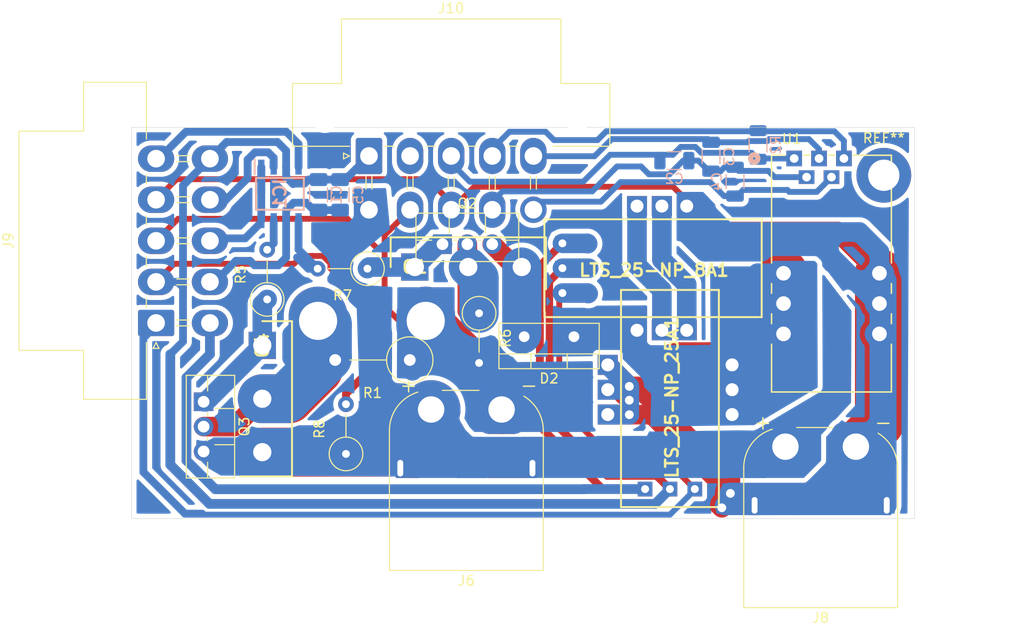
<source format=kicad_pcb>
(kicad_pcb (version 20241229) (generator "pcbnew") (generator_version "9.0")
  (layers (0 "F.Cu" signal) (2 "B.Cu" signal) (13 "F.Paste" user) (15 "B.Paste" user) (5 "F.SilkS" user "F.Silkscreen") (7 "B.SilkS" user "B.Silkscreen") (1 "F.Mask" user) (3 "B.Mask" user) (25 "Edge.Cuts" user))
  (net 0 "")
  (net 1 "/XT60 Fuel Cell")
  (net 2 "Net-(Q3-D)")
  (net 3 "/FC_SHORT_OUTA")
  (net 4 "Net-(Q3-G)")
  (net 5 "Net-(Q1-D)")
  (net 6 "Net-(Q1-G)")
  (net 7 "/FC_CURRENT_OUTB")
  (net 8 "Earth")
  (net 9 "Net-(D2-A)")
  (net 10 "/XT 60 Super Capacitors")
  (net 11 "+5V")
  (net 12 "/DRIVER_ENB")
  (net 13 "GND")
  (net 14 "+12V")
  (net 15 "/PWM_A_IN")
  (net 16 "/PWM_B_IN")
  (net 17 "Net-(LTS_25-NP_8A1-Pin_3)")
  (net 18 "Net-(LTS_25-NP_8A1-Pin_2)")
  (net 19 "/FC_C")
  (net 21 "/Hall_in")
  (net 22 "/OCD")
  (net 23 "/+Uc")
  (net 24 "/0V")
  (net 25 "/Vref")
  (net 26 "/Out")
  (footprint "footprints:HO 25-P_LEM" (layer "F.Cu") (at 225.2949 40.183801)
    (property "Reference" "U1")
    (property "Value" "HO 25-P")
  )
  (footprint "Resistor_THT:R_Axial_DIN0309_L9.0mm_D3.2mm_P5.08mm_Vertical" (layer "F.Cu") (at 181.69 51.45 180)
    (property "Reference" "R7")
    (property "Value" "20R")
  )
  (footprint "Connector_Molex:Molex_Mini-Fit_Jr_5569-10A1_2x05_P4.20mm_Horizontal" (layer "F.Cu") (at 160.1 57 90)
    (property "Reference" "J9")
    (property "Value" "FCCU")
  )
  (footprint "Package_TO_SOT_THT:TO-220F-3_Vertical" (layer "F.Cu") (at 164.955 65.06 -90)
    (property "Reference" "Q3")
    (property "Value" "IRLIZ44N")
  )
  (footprint "Package_TO_SOT_THT:TO-220-2_Vertical" (layer "F.Cu") (at 202.79 58.405 180)
    (property "Reference" "D2")
    (property "Value" "MUR860")
  )
  (footprint "Connector_Molex:Molex_Mini-Fit_Jr_5569-10A1_2x05_P4.20mm_Horizontal" (layer "F.Cu") (at 181.85 39.925)
    (property "Reference" "J10")
    (property "Value" "Master")
  )
  (footprint "Library:TO546P531X1558X2499-3P" (layer "F.Cu") (at 186.54 51.28)
    (property "Reference" "Q1")
    (property "Value" "IRFP4468PBF" (hide yes))
  )
  (footprint "Library:LTS-25-NP_1" (layer "F.Cu") (at 199.775 51.4)
    (property "Reference" "LTS_25-NP_8A1")
    (property "Value" "HallSensor" (hide yes))
  )
  (footprint "MountingHole:MountingHole_3.2mm_M3_DIN965_Pad" (layer "F.Cu") (at 234.45 41.9)
    (property "Reference" "REF**")
    (property "Value" "MountingHole_3.2mm_M3_DIN965_Pad")
  )
  (footprint "Package_TO_SOT_THT:TO-220F-3_Vertical" (layer "F.Cu") (at 189.36 48.945)
    (property "Reference" "Q2")
    (property "Value" "IRLIZ44N")
  )
  (footprint "Connector_AMASS:AMASS_XT60PW-M_1x02_P7.20mm_Horizontal" (layer "F.Cu") (at 231.6 69.65 180)
    (property "Reference" "J8")
    (property "Value" "XT 60")
  )
  (footprint "Resistor_THT:R_Axial_DIN0414_L11.9mm_D4.5mm_P7.62mm_Vertical" (layer "F.Cu") (at 184.65 60.7875 180)
    (property "Reference" "R1")
    (property "Value" "20R")
  )
  (footprint "Connector_AMASS:AMASS_XT60PW-M_1x02_P7.20mm_Horizontal" (layer "F.Cu") (at 195.4 65.85 180)
    (property "Reference" "J6")
    (property "Value" "XT 60")
  )
  (footprint "Library:TO546P531X1558X2499-3P" (layer "F.Cu") (at 170.95 59.29 -90)
    (property "Reference" "Q4")
    (property "Value" "IRFP4468PBF" (hide yes))
  )
  (footprint "Resistor_THT:R_Axial_DIN0309_L9.0mm_D3.2mm_P5.08mm_Vertical" (layer "F.Cu") (at 179.5 70.39 90)
    (property "Reference" "R8")
    (property "Value" "0")
  )
  (footprint "Library:LTS-25-NP_1" (layer "F.Cu") (at 212.6 75.825 90)
    (property "Reference" "LTS_25-NP_25A1")
    (property "Value" "HallSensor" (hide yes))
  )
  (footprint "Resistor_THT:R_Axial_DIN0309_L9.0mm_D3.2mm_P5.08mm_Vertical" (layer "F.Cu") (at 171.45 54.59 90)
    (property "Reference" "R5")
    (property "Value" "20R")
  )
  (footprint "Resistor_THT:R_Axial_DIN0309_L9.0mm_D3.2mm_P5.08mm_Vertical" (layer "F.Cu") (at 193.1 56.01 -90)
    (property "Reference" "R6")
    (property "Value" "0R")
  )
  (footprint "Resistor_SMD:R_1206_3216Metric" (layer "B.Cu") (at 221.6 38.8 90)
    (property "Reference" "R2")
    (property "Value" "50k")
  )
  (footprint "Capacitor_SMD:C_1206_3216Metric" (layer "B.Cu") (at 213.05 40.4)
    (property "Reference" "C2")
    (property "Value" "47n")
  )
  (footprint "Capacitor_SMD:C_1206_3216Metric_Pad1.33x1.80mm_HandSolder" (layer "B.Cu") (at 176.7 43.9 90)
    (property "Reference" "C1")
    (property "Value" "100nF")
  )
  (footprint "Capacitor_SMD:C_1206_3216Metric_Pad1.33x1.80mm_HandSolder" (layer "B.Cu") (at 178.9 43.9 90)
    (property "Reference" "C5")
    (property "Value" "1nF")
  )
  (footprint "Capacitor_SMD:C_1206_3216Metric" (layer "B.Cu") (at 216.8 40 90)
    (property "Reference" "C3")
    (property "Value" "4,7n")
  )
  (footprint "Library:SOIC127P602X173-8N" (layer "B.Cu") (at 172.75 43.8 -90)
    (property "Reference" "IC1")
    (property "Value" "2EDN8534FXTMA1" (hide yes))
  )
  (footprint "Capacitor_SMD:C_1206_3216Metric" (layer "B.Cu") (at 219.25 42.55 -90)
    (property "Reference" "C4")
    (property "Value" "47n")
  )
  (gr_rect (start 157.6 37) (end 237.6 77) (stroke (width 0.05)) (fill no) (layer "Edge.Cuts"))
  (segment (start 187.65 59.1575) (end 186.41809 60.38941) (width 2) (layer "F.Cu") (net 1))
  (segment (start 160.1 48.6) (end 162.35 46.35) (width 0.6) (layer "F.Cu") (net 1))
  (segment (start 182.649 49.341709) (end 183.091709 49.341709) (width 0.6) (layer "F.Cu") (net 1))
  (segment (start 188 59.85) (end 183.45 55.3) (width 0.6) (layer "F.Cu") (net 1))
  (segment (start 179.657291 46.35) (end 182.649 49.341709) (width 0.6) (layer "F.Cu") (net 1))
  (segment (start 183.091709 49.341709) (end 183.45 49.7) (width 0.6) (layer "F.Cu") (net 1))
  (segment (start 162.35 46.35) (end 179.657291 46.35) (width 0.6) (layer "F.Cu") (net 1))
  (segment (start 195.4 65.85) (end 195.4 64.5375) (width 5) (layer "F.Cu") (net 1))
  (segment (start 187.65 56.7875) (end 187.65 59.1575) (width 2) (layer "F.Cu") (net 1))
  (segment (start 183.45 55.3) (end 183.45 48.025) (width 0.6) (layer "F.Cu") (net 1))
  (segment (start 195.4 64.5375) (end 187.65 56.7875) (width 5) (layer "F.Cu") (net 1))
  (segment (start 183.45 48.025) (end 186.05 45.425) (width 0.6) (layer "F.Cu") (net 1))
  (segment (start 186.02 58.4175) (end 187.65 56.7875) (width 2) (layer "B.Cu") (net 1))
  (segment (start 186.02 61.62) (end 186.3 61.9) (width 2) (layer "B.Cu") (net 1))
  (segment (start 186.02 60.7875) (end 186.02 58.4175) (width 2) (layer "B.Cu") (net 1))
  (segment (start 187.65 56.7875) (end 187.4625 56.7875) (width 5) (layer "B.Cu") (net 1))
  (segment (start 186.02 60.7875) (end 186.02 61.62) (width 2) (layer "B.Cu") (net 1))
  (segment (start 160.45 48.6) (end 160.25 48.4) (width 0.8) (layer "B.Cu") (net 1))
  (segment (start 176.65 56.7875) (end 176.65 61.782) (width 5) (layer "F.Cu") (net 2))
  (segment (start 176.65 61.782) (end 173.682 64.75) (width 5) (layer "F.Cu") (net 2))
  (segment (start 176.65 56.7875) (end 176.65 59.0375) (width 2) (layer "F.Cu") (net 2))
  (segment (start 164.955 67.6) (end 168.1 67.6) (width 2) (layer "F.Cu") (net 2))
  (segment (start 173.682 64.75) (end 170.95 64.75) (width 5) (layer "F.Cu") (net 2))
  (segment (start 176.65 59.0375) (end 178.4 60.7875) (width 2) (layer "F.Cu") (net 2))
  (segment (start 168.1 67.6) (end 170.95 64.75) (width 2) (layer "F.Cu") (net 2))
  (segment (start 174 58.2) (end 174 60.55) (width 2) (layer "B.Cu") (net 2))
  (segment (start 175.4125 56.7875) (end 174 58.2) (width 2) (layer "B.Cu") (net 2))
  (segment (start 177.6 57.15) (end 176.55 56.1) (width 5) (layer "B.Cu") (net 2))
  (segment (start 170.95 64.75) (end 173.35 64.75) (width 5) (layer "B.Cu") (net 2))
  (segment (start 177.6 60.5) (end 177.6 57.15) (width 5) (layer "B.Cu") (net 2))
  (segment (start 176.65 56.7875) (end 175.4125 56.7875) (width 2) (layer "B.Cu") (net 2))
  (segment (start 173.35 64.75) (end 175.775 62.325) (width 5) (layer "B.Cu") (net 2))
  (segment (start 174 60.55) (end 175.775 62.325) (width 2) (layer "B.Cu") (net 2))
  (segment (start 175.775 62.325) (end 177.6 60.5) (width 5) (layer "B.Cu") (net 2))
  (segment (start 172.115 46.535) (end 172.115 48.845) (width 0.8) (layer "B.Cu") (net 3))
  (segment (start 172.115 48.845) (end 171.45 49.51) (width 0.8) (layer "B.Cu") (net 3))
  (segment (start 170.95 59.29) (end 170.95 55.09) (width 2) (layer "B.Cu") (net 4))
  (segment (start 164.955 65.06) (end 165.18 65.06) (width 2) (layer "B.Cu") (net 4))
  (segment (start 165.18 65.06) (end 170.95 59.29) (width 2) (layer "B.Cu") (net 4))
  (segment (start 170.95 55.09) (end 171.45 54.59) (width 2) (layer "B.Cu") (net 4))
  (segment (start 193.2 52.85) (end 193.1 52.95) (width 2) (layer "F.Cu") (net 5))
  (segment (start 192 51.28) (end 192 51.65) (width 2) (layer "F.Cu") (net 5))
  (segment (start 193.1 52.95) (end 193.1 56.95) (width 2) (layer "F.Cu") (net 5))
  (segment (start 193.1 56.95) (end 191.9 55.75) (width 2) (layer "F.Cu") (net 5))
  (segment (start 191.9 55.75) (end 191.9 48.945) (width 2) (layer "F.Cu") (net 5))
  (segment (start 192 51.65) (end 193.2 52.85) (width 2) (layer "F.Cu") (net 5))
  (segment (start 193.1 52.38) (end 193.1 56.01) (width 4) (layer "B.Cu") (net 5))
  (segment (start 192 51.28) (end 193.1 52.38) (width 4) (layer "B.Cu") (net 5))
  (segment (start 189.36 48.945) (end 188.875 48.945) (width 2) (layer "B.Cu") (net 6))
  (segment (start 186.54 51.28) (end 181.86 51.28) (width 2) (layer "B.Cu") (net 6))
  (segment (start 181.86 51.28) (end 181.69 51.45) (width 2) (layer "B.Cu") (net 6))
  (segment (start 188.875 48.945) (end 186.54 51.28) (width 2) (layer "B.Cu") (net 6))
  (segment (start 174.655 49.495) (end 176.055 50.895) (width 0.8) (layer "B.Cu") (net 7))
  (segment (start 175.65 51.45) (end 174.5 50.3) (width 0.8) (layer "B.Cu") (net 7))
  (segment (start 174.655 46.535) (end 174.655 49.495) (width 0.8) (layer "B.Cu") (net 7))
  (segment (start 176.055 50.895) (end 176.61 51.45) (width 0.8) (layer "B.Cu") (net 7))
  (segment (start 176.61 51.45) (end 175.65 51.45) (width 0.8) (layer "B.Cu") (net 7))
  (segment (start 170.88 70.14) (end 170.95 70.21) (width 2) (layer "F.Cu") (net 8))
  (segment (start 186.75 71.85) (end 189.7 68.9) (width 2) (layer "F.Cu") (net 8))
  (segment (start 189.7 68.9) (end 190.05 69.25) (width 2) (layer "F.Cu") (net 8))
  (segment (start 191.6 69.25) (end 188.2 65.85) (width 2) (layer "F.Cu") (net 8))
  (segment (start 190.05 69.25) (end 191.6 69.25) (width 2) (layer "F.Cu") (net 8))
  (segment (start 185.05 71.85) (end 186.75 71.85) (width 2) (layer "F.Cu") (net 8))
  (segment (start 198.55 71.85) (end 194.2 71.85) (width 2) (layer "F.Cu") (net 8))
  (segment (start 188.2 65.85) (end 183.84 70.21) (width 5) (layer "F.Cu") (net 8))
  (segment (start 194.2 71.85) (end 191.6 69.25) (width 2) (layer "F.Cu") (net 8))
  (segment (start 164.955 70.14) (end 170.88 70.14) (width 2) (layer "F.Cu") (net 8))
  (segment (start 183.84 70.21) (end 170.95 70.21) (width 5) (layer "F.Cu") (net 8))
  (segment (start 192 69.65) (end 188.2 65.85) (width 2) (layer "B.Cu") (net 8))
  (segment (start 185.85 65.85) (end 181.7 61.7) (width 0.8) (layer "B.Cu") (net 8))
  (segment (start 181.7 61.7) (end 181.7 55.35) (width 0.8) (layer "B.Cu") (net 8))
  (segment (start 191.05 71.85) (end 188.2 69) (width 2) (layer "B.Cu") (net 8))
  (segment (start 181.7 55.35) (end 178.4 52.05) (width 0.8) (layer "B.Cu") (net 8))
  (segment (start 178.4 48.7) (end 181.4 45.7) (width 0.8) (layer "B.Cu") (net 8))
  (segment (start 185.05 71.85) (end 193.65 71.85) (width 2) (layer "B.Cu") (net 8))
  (segment (start 198.55 71.85) (end 222.2 71.85) (width 2) (layer "B.Cu") (net 8))
  (segment (start 188.2 65.85) (end 185.85 65.85) (width 0.8) (layer "B.Cu") (net 8))
  (segment (start 222.2 71.85) (end 224.4 69.65) (width 2) (layer "B.Cu") (net 8))
  (segment (start 193.65 71.85) (end 198.55 71.85) (width 2) (layer "B.Cu") (net 8))
  (segment (start 178.4 52.05) (end 178.4 48.7) (width 0.8) (layer "B.Cu") (net 8))
  (segment (start 188.2 69) (end 188.2 65.85) (width 2) (layer "B.Cu") (net 8))
  (segment (start 224.4 69.65) (end 192 69.65) (width 2) (layer "B.Cu") (net 8))
  (segment (start 193.65 71.85) (end 191.05 71.85) (width 2) (layer "B.Cu") (net 8))
  (segment (start 196.775 51.28) (end 194.44 48.945) (width 2) (layer "F.Cu") (net 9))
  (segment (start 197.71 58.405) (end 197.46 58.155) (width 2) (layer "F.Cu") (net 9))
  (segment (start 197.46 58.155) (end 197.46 51.28) (width 2) (layer "F.Cu") (net 9))
  (segment (start 197.46 51.28) (end 196.775 51.28) (width 2) (layer "F.Cu") (net 9))
  (segment (start 197.46 58.155) (end 197.71 58.405) (width 3) (layer "B.Cu") (net 9))
  (segment (start 197.46 51.28) (end 197.46 58.155) (width 4) (layer "B.Cu") (net 9))
  (segment (start 206.25 63.825) (end 207.375 63.825) (width 2) (layer "F.Cu") (net 10))
  (segment (start 187.85 42.3) (end 190.25 44.7) (width 0.6) (layer "F.Cu") (net 10))
  (segment (start 214.315 44.465) (end 212.924 43.074) (width 0.6) (layer "F.Cu") (net 10))
  (segment (start 218.775 72.975) (end 218.775 74.425) (width 2) (layer "F.Cu") (net 10))
  (segment (start 217.9 75.9) (end 217.6 75.6) (width 2) (layer "F.Cu") (net 10))
  (segment (start 214.85 45.05) (end 217.45 47.65) (width 2) (layer "F.Cu") (net 10))
  (segment (start 192.601 43.074) (end 212.924 43.074) (width 0.6) (layer "F.Cu") (net 10))
  (segment (start 208.45 63.485) (end 209.285 63.485) (width 2) (layer "F.Cu") (net 10))
  (segment (start 234.0049 51.918802) (end 234.0049 67.2451) (width 5) (layer "F.Cu") (net 10))
  (segment (start 206.25 61.285) (end 208.45 63.485) (width 2) (layer "F.Cu") (net 10))
  (segment (start 217.6 73.21) (end 210.77 66.38) (width 2) (layer "F.Cu") (net 10))
  (segment (start 217.6 75.6) (end 217.6 73.21) (width 2) (layer "F.Cu") (net 10))
  (segment (start 214.315 45.05) (end 214.85 45.05) (width 2) (layer "F.Cu") (net 10))
  (segment (start 209.285 63.485) (end 218.775 72.975) (width 2) (layer "F.Cu") (net 10))
  (segment (start 190.25 45.425) (end 192.601 43.074) (width 0.6) (layer "F.Cu") (net 10))
  (segment (start 206.265 66.38) (end 206.25 66.365) (width 2) (layer "F.Cu") (net 10))
  (segment (start 234.0049 51.918802) (end 234.0049 58.118802) (width 2) (layer "F.Cu") (net 10))
  (segment (start 160.1 44.4) (end 162.2 42.3) (width 0.6) (layer "F.Cu") (net 10))
  (segment (start 229.736098 47.65) (end 234.0049 51.918802) (width 2) (layer "F.Cu") (net 10))
  (segment (start 217.45 47.65) (end 229.736098 47.65) (width 2) (layer "F.Cu") (net 10))
  (segment (start 190.25 44.7) (end 190.25 45.425) (width 0.6) (layer "F.Cu") (net 10))
  (segment (start 210.77 66.38) (end 208.45 66.38) (width 2) (layer "F.Cu") (net 10))
  (segment (start 162.2 42.3) (end 187.85 42.3) (width 0.6) (layer "F.Cu") (net 10))
  (segment (start 208.45 66.38) (end 206.265 66.38) (width 2) (layer "F.Cu") (net 10))
  (segment (start 207.375 63.825) (end 208.45 64.9) (width 2) (layer "F.Cu") (net 10))
  (segment (start 234.0049 67.2451) (end 231.6 69.65) (width 5) (layer "F.Cu") (net 10))
  (segment (start 214.315 45.05) (end 214.315 44.465) (width 0.6) (layer "F.Cu") (net 10))
  (via (at 218.775 74.425) (size 1.3) (drill 0.9) (layers "F.Cu" "B.Cu") (net 10))
  (via (at 217.9 75.9) (size 1.3) (drill 0.9) (layers "F.Cu" "B.Cu") (net 10))
  (via (at 208.45 64.9) (size 1.3) (drill 0.9) (layers "F.Cu" "B.Cu") (net 10))
  (via (at 208.45 63.485) (size 1.3) (drill 0.9) (layers "F.Cu" "B.Cu") (net 10))
  (via (at 208.45 66.38) (size 1.3) (drill 0.9) (layers "F.Cu" "B.Cu") (net 10))
  (segment (start 160.95 45) (end 160.55 45) (width 0.8) (layer "B.Cu") (net 10))
  (segment (start 218.7 74.35) (end 233.6 74.35) (width 2) (layer "B.Cu") (net 10))
  (segment (start 208.45 63.825) (end 206.25 63.825) (width 2) (layer "B.Cu") (net 10))
  (segment (start 218.775 74.425) (end 218.7 74.35) (width 2) (layer "B.Cu") (net 10))
  (segment (start 221.25 75.65) (end 220 75.65) (width 2) (layer "B.Cu") (net 10))
  (segment (start 221.25 75.65) (end 223.1 75.65) (width 2) (layer "B.Cu") (net 10))
  (segment (start 234.0049 67.2451) (end 231.6 69.65) (width 2) (layer "B.Cu") (net 10))
  (segment (start 216.168802 49.718802) (end 214.315 47.865) (width 2) (layer "B.Cu") (net 10))
  (segment (start 208.45 63.485) (end 208.45 63.825) (width 2) (layer "B.Cu") (net 10))
  (segment (start 234.425 72.475) (end 228.775 72.475) (width 2) (layer "B.Cu") (net 10))
  (segment (start 208.45 66.38) (end 208.45 64.9) (width 2) (layer "B.Cu") (net 10))
  (segment (start 234.75 75.65) (end 234.75 52.663902) (width 2) (layer "B.Cu") (net 10))
  (segment (start 218.2 75.65) (end 218.775 75.075) (width 2) (layer "B.Cu") (net 10))
  (segment (start 160.95 45) (end 159.9 45) (width 0.8) (layer "B.Cu") (net 10))
  (segment (start 234.0049 55.018801) (end 233.868801 55.018801) (width 2) (layer "B.Cu") (net 10))
  (segment (start 221.95 49.718802) (end 216.168802 49.718802) (width 2) (layer "B.Cu") (net 10))
  (segment (start 208.45 64.9) (end 208.45 63.825) (width 2) (layer "B.Cu") (net 10))
  (segment (start 206.265 66.38) (end 208.45 66.38) (width 2) (layer "B.Cu") (net 10))
  (segment (start 214.315 45.05) (end 215.7 45.05) (width 2) (layer "B.Cu") (net 10))
  (segment (start 206.25 66.365) (end 206.265 66.38) (width 2) (layer "B.Cu") (net 10))
  (segment (start 160.55 45) (end 160.3 45.25) (width 0.8) (layer "B.Cu") (net 10))
  (segment (start 160.6 43.9) (end 160.4 43.7) (width 0.8) (layer "B.Cu") (net 10))
  (segment (start 228 49.15) (end 222.518802 49.15) (width 2) (layer "B.Cu") (net 10))
  (segment (start 206.25 61.285) (end 208.45 63.485) (width 2) (layer "B.Cu") (net 10))
  (segment (start 215.7 45.05) (end 218.35 47.7) (width 2) (layer "B.Cu") (net 10))
  (segment (start 214.315 47.865) (end 214.315 45.05) (width 2) (layer "B.Cu") (net 10))
  (segment (start 223.1 75.65) (end 225.6 75.65) (width 2) (layer "B.Cu") (net 10))
  (segment (start 218.35 47.7) (end 231.95 47.7) (width 2) (layer "B.Cu") (net 10))
  (segment (start 234.75 52.663902) (end 234.0049 51.918802) (width 2) (layer "B.Cu") (net 10))
  (segment (start 234.6 75.65) (end 234.75 75.5) (width 2) (layer "B.Cu") (net 10))
  (segment (start 218.775 75.075) (end 218.775 74.425) (width 2) (layer "B.Cu") (net 10))
  (segment (start 234.0049 58.118802) (end 234.0049 67.2451) (width 2) (layer "B.Cu") (net 10))
  (segment (start 234.0049 49.7549) (end 234.0049 58.118802) (width 2) (layer "B.Cu") (net 10))
  (segment (start 234.75 75.65) (end 234.75 72.8) (width 2) (layer "B.Cu") (net 10))
  (segment (start 233.6 74.35) (end 234.75 75.5) (width 2) (layer "B.Cu") (net 10))
  (segment (start 233.868801 55.018801) (end 228 49.15) (width 2) (layer "B.Cu") (net 10))
  (segment (start 228.775 72.475) (end 228.7 72.55) (width 2) (layer "B.Cu") (net 10))
  (segment (start 234.75 72.8) (end 234.425 72.475) (width 2) (layer "B.Cu") (net 10))
  (segment (start 223.1 75.65) (end 218.2 75.65) (width 2) (layer "B.Cu") (net 10))
  (segment (start 234.425 72.475) (end 231.6 69.65) (width 2) (layer "B.Cu") (net 10))
  (segment (start 228.7 72.55) (end 231.6 69.65) (width 2) (layer "B.Cu") (net 10))
  (segment (start 225.6 75.65) (end 234.6 75.65) (width 2) (layer "B.Cu") (net 10))
  (segment (start 225.6 75.65) (end 228.7 72.55) (width 2) (layer "B.Cu") (net 10))
  (segment (start 220 75.65) (end 218.775 74.425) (width 2) (layer "B.Cu") (net 10))
  (segment (start 231.95 47.7) (end 234.0049 49.7549) (width 2) (layer "B.Cu") (net 10))
  (segment (start 222.518802 49.15) (end 221.95 49.718802) (width 2) (layer "B.Cu") (net 10))
  (segment (start 205.735 73.985) (end 199.311 67.561) (width 0.8) (layer "F.Cu") (net 11))
  (segment (start 199.263999 56.078213) (end 199.264 52.298771) (width 0.8) (layer "F.Cu") (net 11))
  (segment (start 199.264 52.298771) (end 199.456 52.106771) (width 0.8) (layer "F.Cu") (net 11))
  (segment (start 199.311 56.125214) (end 199.263999 56.078213) (width 0.8) (layer "F.Cu") (net 11))
  (segment (start 199.456 52.106771) (end 199.456 51.019) (width 0.8) (layer "F.Cu") (net 11))
  (segment (start 199.456 51.019) (end 201.615 48.86) (width 0.8) (layer "F.Cu") (net 11))
  (segment (start 210.06 73.985) (end 205.735 73.985) (width 0.8) (layer "F.Cu") (net 11))
  (segment (start 199.311 67.561) (end 199.311 56.125214) (width 0.8) (layer "F.Cu") (net 11))
  (segment (start 201.615 48.86) (end 204.16 48.86) (width 2) (layer "B.Cu") (net 11))
  (segment (start 165.6 60.2) (end 165.6 57) (width 1) (layer "B.Cu") (net 11))
  (segment (start 166.15 74) (end 163.2 71.05) (width 1) (layer "B.Cu") (net 11))
  (segment (start 204.16 48.86) (end 204.2 48.9) (width 2) (layer "B.Cu") (net 11))
  (segment (start 203.815 73.985) (end 203.8 74) (width 1) (layer "B.Cu") (net 11))
  (segment (start 210.06 73.985) (end 203.815 73.985) (width 1) (layer "B.Cu") (net 11))
  (segment (start 165.9 57.55) (end 165.65 57.3) (width 0.8) (layer "B.Cu") (net 11))
  (segment (start 163.2 71.05) (end 163.2 62.6) (width 1) (layer "B.Cu") (net 11))
  (segment (start 163.2 62.6) (end 165.6 60.2) (width 1) (layer "B.Cu") (net 11))
  (segment (start 203.8 74) (end 166.15 74) (width 1) (layer "B.Cu") (net 11))
  (segment (start 170.845 41.065) (end 170.845 43.655) (width 0.8) (layer "B.Cu") (net 12))
  (segment (start 170.845 46.535) (end 170.845 41.065) (width 0.8) (layer "B.Cu") (net 12))
  (segment (start 170.55 47) (end 169.2 48.35) (width 0.8) (layer "B.Cu") (net 12))
  (segment (start 169.2 48.35) (end 166.55 48.35) (width 0.8) (layer "B.Cu") (net 12))
  (segment (start 181.4 54.9) (end 179.25 52.75) (width 0.8) (layer "F.Cu") (net 13))
  (segment (start 181.85 39.925) (end 181.85 40.6) (width 0.8) (layer "F.Cu") (net 13))
  (segment (start 177.911 51.411) (end 177.911 50.911108) (width 0.6) (layer "F.Cu") (net 13))
  (segment (start 212.6 73.985) (end 211.411 72.796) (width 0.8) (layer "F.Cu") (net 13))
  (segment (start 206.198214 72.634) (end 200.312 66.747786) (width 0.8) (layer "F.Cu") (net 13))
  (segment (start 211.249 72.634) (end 208.709 72.634) (width 0.8) (layer "F.Cu") (net 13))
  (segment (start 179.5 65.31) (end 179.5 64.25) (width 0.8) (layer "F.Cu") (net 13))
  (segment (start 176.070108 50.15) (end 174.998 50.15) (width 0.6) (layer "F.Cu") (net 13))
  (segment (start 200.312 55.710586) (end 200.264999 55.663585) (width 0.8) (layer "F.Cu") (net 13))
  (segment (start 200.265 52.75) (end 201.615 51.4) (width 0.8) (layer "F.Cu") (net 13))
  (segment (start 181.4 62.35) (end 181.4 54.9) (width 0.8) (layer "F.Cu") (net 13))
  (segment (start 161.951 50.949) (end 160.1 52.8) (width 0.6) (layer "F.Cu") (net 13))
  (segment (start 177.148892 50.149) (end 176.071108 50.149) (width 0.6) (layer "F.Cu") (net 13))
  (segment (start 200.312 56.539842) (end 200.312 55.710586) (width 0.8) (layer "F.Cu") (net 13))
  (segment (start 176.071108 50.149) (end 176.070108 50.15) (width 0.6) (layer "F.Cu") (net 13))
  (segment (start 174.199 50.949) (end 161.951 50.949) (width 0.6) (layer "F.Cu") (net 13))
  (segment (start 174.998 50.15) (end 174.199 50.949) (width 0.6) (layer "F.Cu") (net 13))
  (segment (start 200.264999 55.663585) (end 200.265 52.75) (width 0.8) (layer "F.Cu") (net 13))
  (segment (start 177.911 50.911108) (end 177.148892 50.149) (width 0.6) (layer "F.Cu") (net 13))
  (segment (start 211.411 72.634) (end 211.249 72.634) (width 0.8) (layer "F.Cu") (net 13))
  (segment (start 211.411 72.796) (end 211.411 72.634) (width 0.8) (layer "F.Cu") (net 13))
  (segment (start 179.5 64.25) (end 181.4 62.35) (width 0.8) (layer "F.Cu") (net 13))
  (segment (start 179.25 52.75) (end 177.911 51.411) (width 0.6) (layer "F.Cu") (net 13))
  (segment (start 200.312 66.747786) (end 200.312 56.539842) (width 0.8) (layer "F.Cu") (net 13))
  (segment (start 208.709 72.634) (end 206.198214 72.634) (width 0.8) (layer "F.Cu") (net 13))
  (segment (start 201.615 51.4) (end 204.3 51.4) (width 2) (layer "B.Cu") (net 13))
  (segment (start 172.5 38.5) (end 167.3 38.5) (width 0.8) (layer "B.Cu") (net 13))
  (segment (start 162.3 52.8) (end 162.85 53.35) (width 0.8) (layer "B.Cu") (net 13))
  (segment (start 179.4375 42.3375) (end 181.85 39.925) (width 0.8) (layer "B.Cu") (net 13))
  (segment (start 161.55 71.5) (end 161.55 60.2) (width 1) (layer "B.Cu") (net 13))
  (segment (start 173.385 41.065) (end 173.385 39.385) (width 0.8) (layer "B.Cu") (net 13))
  (segment (start 212.6 73.985) (end 211.085 75.5) (width 1) (layer "B.Cu") (net 13))
  (segment (start 165.6 40.2) (end 165.6 39.4) (width 0.8) (layer "B.Cu") (net 13))
  (segment (start 174.15 42.75) (end 174.1 42.8) (width 0.8) (layer "B.Cu") (net 13))
  (segment (start 176.7 42.3375) (end 175.6625 42.3375) (width 0.8) (layer "B.Cu") (net 13))
  (segment (start 175.6625 42.3375) (end 175.25 42.75) (width 0.8) (layer "B.Cu") (net 13))
  (segment (start 162.85 58.9) (end 161.55 60.2) (width 0.8) (layer "B.Cu") (net 13))
  (segment (start 178.9 42.3375) (end 179.4375 42.3375) (width 0.8) (layer "B.Cu") (net 13))
  (segment (start 162.85 42.95) (end 165.6 40.2) (width 0.8) (layer "B.Cu") (net 13))
  (segment (start 175.25 42.75) (end 174.15 42.75) (width 0.8) (layer "B.Cu") (net 13))
  (segment (start 173.385 39.385) (end 172.5 38.5) (width 0.8) (layer "B.Cu") (net 13))
  (segment (start 173.385 42.085) (end 173.385 41.065) (width 0.8) (layer "B.Cu") (net 13))
  (segment (start 162.85 53.35) (end 162.85 42.95) (width 0.8) (layer "B.Cu") (net 13))
  (segment (start 174.1 42.8) (end 173.385 42.085) (width 0.8) (layer "B.Cu") (net 13))
  (segment (start 167.3 38.5) (end 165.6 40.2) (width 0.8) (layer "B.Cu") (net 13))
  (segment (start 211.085 75.5) (end 165.55 75.5) (width 1) (layer "B.Cu") (net 13))
  (segment (start 160.7 52.8) (end 162.3 52.8) (width 0.8) (layer "B.Cu") (net 13))
  (segment (start 162.85 53.35) (end 162.85 58.9) (width 0.8) (layer "B.Cu") (net 13))
  (segment (start 165.55 75.5) (end 161.55 71.5) (width 1) (layer "B.Cu") (net 13))
  (segment (start 178.9 42.3375) (end 176.7 42.3375) (width 0.8) (layer "B.Cu") (net 13))
  (segment (start 175.45 44.7) (end 174.15 44.7) (width 0.8) (layer "B.Cu") (net 14))
  (segment (start 173.385 45.465) (end 173.385 46.535) (width 0.8) (layer "B.Cu") (net 14))
  (segment (start 172.6 51.1) (end 170.15 51.1) (width 0.8) (layer "B.Cu") (net 14))
  (segment (start 169.7 50.65) (end 168.25 50.65) (width 0.8) (layer "B.Cu") (net 14))
  (segment (start 173.385 50.315) (end 172.6 51.1) (width 0.8) (layer "B.Cu") (net 14))
  (segment (start 173.385 46.535) (end 173.385 50.315) (width 0.8) (layer "B.Cu") (net 14))
  (segment (start 168.25 50.65) (end 166.45 52.45) (width 0.8) (layer "B.Cu") (net 14))
  (segment (start 178.9 45.4625) (end 176.7 45.4625) (width 0.8) (layer "B.Cu") (net 14))
  (segment (start 176.7 45.4625) (end 176.2125 45.4625) (width 0.8) (layer "B.Cu") (net 14))
  (segment (start 174.15 44.7) (end 173.385 45.465) (width 0.8) (layer "B.Cu") (net 14))
  (segment (start 176.2125 45.4625) (end 175.45 44.7) (width 0.8) (layer "B.Cu") (net 14))
  (segment (start 170.15 51.1) (end 169.7 50.65) (width 0.8) (layer "B.Cu") (net 14))
  (segment (start 172.115 41.065) (end 172.1 41.05) (width 0.8) (layer "B.Cu") (net 15))
  (segment (start 172.115 41.065) (end 172.115 40.115) (width 0.8) (layer "B.Cu") (net 15))
  (segment (start 169.45 42.2) (end 167.2 44.45) (width 0.8) (layer "B.Cu") (net 15))
  (segment (start 169.45 40.3) (end 169.45 42.2) (width 0.8) (layer "B.Cu") (net 15))
  (segment (start 170.2 39.55) (end 169.45 40.3) (width 0.8) (layer "B.Cu") (net 15))
  (segment (start 172.1 41.05) (end 172.1 40.55) (width 0.8) (layer "B.Cu") (net 15))
  (segment (start 167.2 44.45) (end 166.4 44.45) (width 0.8) (layer "B.Cu") (net 15))
  (segment (start 171.55 39.55) (end 170.2 39.55) (width 0.8) (layer "B.Cu") (net 15))
  (segment (start 172.115 40.115) (end 171.55 39.55) (width 0.8) (layer "B.Cu") (net 15))
  (segment (start 163.15 37.45) (end 160.6 40) (width 0.8) (layer "B.Cu") (net 16))
  (segment (start 173.4 37.45) (end 163.15 37.45) (width 0.8) (layer "B.Cu") (net 16))
  (segment (start 174.655 41.065) (end 174.655 38.705) (width 0.8) (layer "B.Cu") (net 16))
  (segment (start 174.655 38.705) (end 173.4 37.45) (width 0.8) (layer "B.Cu") (net 16))
  (segment (start 211.775 45.05) (end 211.775 50.536316) (width 2) (layer "B.Cu") (net 17))
  (segment (start 214.315 53.076316) (end 214.315 57.75) (width 2) (layer "B.Cu") (net 17))
  (segment (start 211.775 50.536316) (end 214.315 53.076316) (width 2) (layer "B.Cu") (net 17))
  (segment (start 209.235 45.05) (end 209.235 51.109) (width 2) (layer "B.Cu") (net 18))
  (segment (start 211.775 53.649) (end 211.775 57.75) (width 2) (layer "B.Cu") (net 18))
  (segment (start 209.235 51.109) (end 211.775 53.649) (width 2) (layer "B.Cu") (net 18))
  (segment (start 212.505 71.35) (end 207.25 71.35) (width 0.6) (layer "F.Cu") (net 19))
  (segment (start 201.289 65.389) (end 201.289 54.266) (width 0.6) (layer "F.Cu") (net 19))
  (segment (start 215.14 73.985) (end 212.505 71.35) (width 0.6) (layer "F.Cu") (net 19))
  (segment (start 201.289 54.266) (end 201.615 53.94) (width 0.6) (layer "F.Cu") (net 19))
  (segment (start 207.25 71.35) (end 201.289 65.389) (width 0.6) (layer "F.Cu") (net 19))
  (segment (start 164.75 76.6) (end 212.6 76.6) (width 0.6) (layer "B.Cu") (net 19))
  (segment (start 204.19 53.94) (end 204.25 54) (width 2) (layer "B.Cu") (net 19))
  (segment (start 162.65 76.1) (end 163.05 76.5) (width 0.8) (layer "B.Cu") (net 19))
  (segment (start 158.8 58.55) (end 160.1 57.25) (width 0.8) (layer "B.Cu") (net 19))
  (segment (start 201.615 53.94) (end 204.19 53.94) (width 2) (layer "B.Cu") (net 19))
  (segment (start 212.6 76.6) (end 215.14 74.06) (width 0.6) (layer "B.Cu") (net 19))
  (segment (start 158.8 72.25) (end 158.8 58.55) (width 0.8) (layer "B.Cu") (net 19))
  (segment (start 215.14 74.06) (end 215.14 73.985) (width 1) (layer "B.Cu") (net 19))
  (segment (start 163.05 76.5) (end 164.8 76.5) (width 0.8) (layer "B.Cu") (net 19))
  (segment (start 162.65 76.1) (end 158.8 72.25) (width 0.8) (layer "B.Cu") (net 19))
  (segment (start 222.116198 58.118802) (end 218.95 61.285) (width 2) (layer "F.Cu") (net 21))
  (segment (start 209.235 59.662) (end 207.978 58.405) (width 2) (layer "F.Cu") (net 21))
  (segment (start 218.95 61.285) (end 218.95 66.365) (width 2) (layer "F.Cu") (net 21))
  (segment (start 224.2049 51.918802) (end 224.2049 58.118802) (width 2) (layer "F.Cu") (net 21))
  (segment (start 224.2049 58.118802) (end 222.116198 58.118802) (width 2) (layer "F.Cu") (net 21))
  (segment (start 210.858 61.285) (end 209.235 59.662) (width 2) (layer "F.Cu") (net 21))
  (segment (start 209.235 59.662) (end 209.235 57.75) (width 2) (layer "F.Cu") (net 21))
  (segment (start 207.978 58.405) (end 202.79 58.405) (width 2) (layer "F.Cu") (net 21))
  (segment (start 224.2049 51.918802) (end 224.2049 58.5701) (width 5) (layer "F.Cu") (net 21))
  (segment (start 218.95 63.825) (end 216.601 61.476) (width 5) (layer "F.Cu") (net 21))
  (segment (start 218.95 61.285) (end 210.858 61.285) (width 2) (layer "F.Cu") (net 21))
  (segment (start 224.2049 58.5701) (end 218.95 63.825) (width 5) (layer "F.Cu") (net 21))
  (segment (start 216.601 61.476) (end 213.4 61.476) (width 5) (layer "F.Cu") (net 21))
  (segment (start 218.95 62.25) (end 223.081198 58.118802) (width 2) (layer "B.Cu") (net 21))
  (segment (start 215 61.285) (end 218.95 61.285) (width 2) (layer "B.Cu") (net 21))
  (segment (start 209.235 57.75) (end 209.235 59.535) (width 2) (layer "B.Cu") (net 21))
  (segment (start 224.2049 58.118802) (end 224.2049 60.5951) (width 2) (layer "B.Cu") (net 21))
  (segment (start 221.531198 51.918802) (end 224.2049 51.918802) (width 2) (layer "B.Cu") (net 21))
  (segment (start 217.54 63.825) (end 215 61.285) (width 2) (layer "B.Cu") (net 21))
  (segment (start 222.831199 55.018801) (end 218.95 58.9) (width 2) (layer "B.Cu") (net 21))
  (segment (start 207.9 57.75) (end 203.145 57.75) (width 2) (layer "B.Cu") (net 21))
  (segment (start 218.95 66.365) (end 216.515 66.365) (width 2) (layer "B.Cu") (net 21))
  (segment (start 210.985 61.285) (end 215 61.285) (width 2) (layer "B.Cu") (net 21))
  (segment (start 218.95 63.825) (end 217.54 63.825) (width 2) (layer "B.Cu") (net 21))
  (segment (start 218.95 63.825) (end 218.95 62.25) (width 2) (layer "B.Cu") (net 21))
  (segment (start 223.081198 58.118802) (end 224.2049 58.118802) (width 2) (layer "B.Cu") (net 21))
  (segment (start 218.95 58.9) (end 218.95 66.365) (width 2) (layer "B.Cu") (net 21))
  (segment (start 203.145 57.75) (end 202.59 58.305) (width 2) (layer "B.Cu") (net 21))
  (segment (start 224.2049 60.5951) (end 218.95 65.85) (width 2) (layer "B.Cu") (net 21))
  (segment (start 224.2049 55.018801) (end 222.831199 55.018801) (width 2) (layer "B.Cu") (net 21))
  (segment (start 218.95 66.365) (end 216.065 66.365) (width 2) (layer "B.Cu") (net 21))
  (segment (start 218.95 65.85) (end 218.95 66.365) (width 2) (layer "B.Cu") (net 21))
  (segment (start 209.235 59.535) (end 210.985 61.285) (width 2) (layer "B.Cu") (net 21))
  (segment (start 216.065 66.365) (end 210.985 61.285) (width 2) (layer "B.Cu") (net 21))
  (segment (start 218.95 54.5) (end 221.531198 51.918802) (width 2) (layer "B.Cu") (net 21))
  (segment (start 218.95 61.285) (end 218.95 54.5) (width 2) (layer "B.Cu") (net 21))
  (segment (start 206.1 37.4) (end 205.2 38.3) (width 0.6) (layer "B.Cu") (net 22))
  (segment (start 230.3749 38.3749) (end 229.4 37.4) (width 0.6) (layer "B.Cu") (net 22))
  (segment (start 229.4 37.4) (end 206.1 37.4) (width 0.6) (layer "B.Cu") (net 22))
  (segment (start 199.9 37.45) (end 196.2 37.45) (width 0.6) (layer "B.Cu") (net 22))
  (segment (start 196.2 37.45) (end 194.4 39.25) (width 0.6) (layer "B.Cu") (net 22))
  (segment (start 200.75 38.3) (end 199.9 37.45) (width 0.6) (layer "B.Cu") (net 22))
  (segment (start 194.4 39.25) (end 194.4 39.8) (width 0.6) (layer "B.Cu") (net 22))
  (segment (start 205.2 38.3) (end 200.75 38.3) (width 0.6) (layer "B.Cu") (net 22))
  (segment (start 230.3749 40.183801) (end 230.3749 38.3749) (width 0.6) (layer "B.Cu") (net 22))
  (segment (start 215.831998 39.601) (end 215.830998 39.6) (width 0.6) (layer "B.Cu") (net 23))
  (segment (start 217.768002 39.601) (end 215.831998 39.601) (width 0.6) (layer "B.Cu") (net 23))
  (segment (start 213.7 39) (end 212.9 39.8) (width 0.6) (layer "B.Cu") (net 23))
  (segment (start 212.9 39.8) (end 206.5 39.8) (width 0.6) (layer "B.Cu") (net 23))
  (segment (start 190.5 40.9) (end 190.5 40.15) (width 0.6) (layer "B.Cu") (net 23))
  (segment (start 220.9375 39.6) (end 217.769002 39.6) (width 0.6) (layer "B.Cu") (net 23))
  (segment (start 215.2 39) (end 213.7 39) (width 0.6) (layer "B.Cu") (net 23))
  (segment (start 215.8 39.6) (end 215.2 39) (width 0.6) (layer "B.Cu") (net 23))
  (segment (start 206.5 39.8) (end 203.75 42.55) (width 0.6) (layer "B.Cu") (net 23))
  (segment (start 203.75 42.55) (end 192.15 42.55) (width 0.6) (layer "B.Cu") (net 23))
  (segment (start 215.830998 39.6) (end 215.8 39.6) (width 0.6) (layer "B.Cu") (net 23))
  (segment (start 217.769002 39.6) (end 217.768002 39.601) (width 0.6) (layer "B.Cu") (net 23))
  (segment (start 192.15 42.55) (end 190.5 40.9) (width 0.6) (layer "B.Cu") (net 23))
  (segment (start 225.2949 40.183801) (end 221.521301 40.183801) (width 0.6) (layer "B.Cu") (net 23))
  (segment (start 221.521301 40.183801) (end 220.9375 39.6) (width 0.6) (layer "B.Cu") (net 23))
  (segment (start 226.5649 42.088801) (end 223.288801 42.088801) (width 0.6) (layer "B.Cu") (net 24))
  (segment (start 216.825 41.5) (end 216.8 41.475) (width 0.6) (layer "B.Cu") (net 24))
  (segment (start 207.2 41) (end 204.65 43.55) (width 0.6) (layer "B.Cu") (net 24))
  (segment (start 215.5 40.4) (end 213.95 40.4) (width 0.6) (layer "B.Cu") (net 24))
  (segment (start 219.625 41.45) (end 219.25 41.075) (width 0.6) (layer "B.Cu") (net 24))
  (segment (start 219.25 41.075) (end 218.175 41.075) (width 0.6) (layer "B.Cu") (net 24))
  (segment (start 194.65 44.4) (end 194.65 45.05) (width 0.6) (layer "B.Cu") (net 24))
  (segment (start 209.65 41) (end 207.2 41) (width 0.6) (layer "B.Cu") (net 24))
  (segment (start 210.45 41.8) (end 209.65 41) (width 0.6) (layer "B.Cu") (net 24))
  (segment (start 222.65 41.45) (end 219.625 41.45) (width 0.6) (layer "B.Cu") (net 24))
  (segment (start 212.55 41.8) (end 210.45 41.8) (width 0.6) (layer "B.Cu") (net 24))
  (segment (start 216.575 41.475) (end 215.5 40.4) (width 0.6) (layer "B.Cu") (net 24))
  (segment (start 223.288801 42.088801) (end 222.65 41.45) (width 0.6) (layer "B.Cu") (net 24))
  (segment (start 195.5 43.55) (end 194.65 44.4) (width 0.6) (layer "B.Cu") (net 24))
  (segment (start 204.65 43.55) (end 195.5 43.55) (width 0.6) (layer "B.Cu") (net 24))
  (segment (start 216.8 41.475) (end 216.575 41.475) (width 0.6) (layer "B.Cu") (net 24))
  (segment (start 213.95 40.4) (end 212.55 41.8) (width 0.6) (layer "B.Cu") (net 24))
  (segment (start 217.75 41.5) (end 216.825 41.5) (width 0.6) (layer "B.Cu") (net 24))
  (segment (start 218.175 41.075) (end 217.75 41.5) (width 0.6) (layer "B.Cu") (net 24))
  (segment (start 207.55 42.6) (end 205.55 44.6) (width 0.6) (layer "B.Cu") (net 25))
  (segment (start 224.8 43.6) (end 224.6 43.4) (width 0.6) (layer "B.Cu") (net 25))
  (segment (start 216.7 42.6) (end 207.55 42.6) (width 0.6) (layer "B.Cu") (net 25))
  (segment (start 220.075 43.4) (end 219.45 44.025) (width 0.6) (layer "B.Cu") (net 25))
  (segment (start 218.125 44.025) (end 216.7 42.6) (width 0.6) (layer "B.Cu") (net 25))
  (segment (start 205.55 44.6) (end 199.35 44.6) (width 0.6) (layer "B.Cu") (net 25))
  (segment (start 229.1049 42.088801) (end 227.593701 43.6) (width 0.6) (layer "B.Cu") (net 25))
  (segment (start 227.593701 43.6) (end 224.8 43.6) (width 0.6) (layer "B.Cu") (net 25))
  (segment (start 224.6 43.4) (end 220.075 43.4) (width 0.6) (layer "B.Cu") (net 25))
  (segment (start 219.45 44.025) (end 218.125 44.025) (width 0.6) (layer "B.Cu") (net 25))
  (segment (start 199.35 44.6) (end 198.6 45.35) (width 0.6) (layer "B.Cu") (net 25))
  (segment (start 227.8349 40.183801) (end 227.8349 39.2349) (width 0.6) (layer "B.Cu") (net 26))
  (segment (start 222.543002 38.401) (end 220.656998 38.401) (width 0.6) (layer "B.Cu") (net 26))
  (segment (start 206.65 38.2) (end 204.9 39.95) (width 0.6) (layer "B.Cu") (net 26))
  (segment (start 222.743002 38.201) (end 222.543002 38.401) (width 0.6) (layer "B.Cu") (net 26))
  (segment (start 216.475 38.2) (end 206.65 38.2) (width 0.6) (layer "B.Cu") (net 26))
  (segment (start 226.801 38.201) (end 222.743002 38.201) (width 0.6) (layer "B.Cu") (net 26))
  (segment (start 220.656998 38.401) (end 220.532998 38.525) (width 0.6) (layer "B.Cu") (net 26))
  (segment (start 204.9 39.95) (end 198.4 39.95) (width 0.6) (layer "B.Cu") (net 26))
  (segment (start 216.8 38.525) (end 216.475 38.2) (width 0.6) (layer "B.Cu") (net 26))
  (segment (start 220.532998 38.525) (end 216.8 38.525) (width 0.6) (layer "B.Cu") (net 26))
  (segment (start 227.8349 39.2349) (end 226.801 38.201) (width 0.6) (layer "B.Cu") (net 26))
  (zone (net 10) (net_name "/XT 60 Super Capacitors") (layer "B.Cu") (priority 1) (connect_pads yes (clearance 0.5)) (min_thickness 0.25) (fill yes (thermal_gap 0.3) (thermal_bridge_width 0.3))
    (polygon (pts (xy 236.75 45.8) (xy 218.1 45.8) (xy 216 43.6) (xy 212.5 43.6) (xy 213.2 50.65) (xy 227.65 50.55) (xy 231.75 55.65) (xy 231.75 65.15) (xy 228.05 68.45) (xy 228.05 72.95) (xy 216.8 73.05) (xy 216.8 76.85) (xy 236.85 76.85) (xy 236.85 45.85)))
  )
  (zone (net 21) (net_name "/Hall_in") (layer "B.Cu") (priority 2) (connect_pads yes (clearance 0.5)) (min_thickness 0.25) (fill yes (thermal_gap 0.3) (thermal_bridge_width 0.7))
    (polygon (pts (xy 227.65 50.55) (xy 216.7 50.55) (xy 216.75 59.25) (xy 210.6 59.25) (xy 210.45 58.85) (xy 210.4 55.2) (xy 200.65 55.25) (xy 200.6 60.75) (xy 206.969101 60.66154) (xy 210.680837 64.245285) (xy 210.6 67.6) (xy 221.2 67.45) (xy 227.7 63.6)))
  )
  (zone (net 1) (net_name "/XT60 Fuel Cell") (layer "B.Cu") (priority 3) (connect_pads yes (clearance 0.5)) (min_thickness 0.25) (fill yes (thermal_gap 0.3) (thermal_bridge_width 0.3))
    (polygon (pts (xy 184.75 53.35) (xy 190.65 53.35) (xy 191.3 57.5) (xy 194.7 58.35) (xy 197 61) (xy 205.05 60.9) (xy 205 68.1) (xy 192.65 68.55) (xy 189.3 62.85) (xy 184.7 62.65)))
  )
  (zone (net 0) (net_name "") (layer "B.Cu") (priority 1) (connect_pads (clearance 0.5)) (min_thickness 0.25) (fill yes (thermal_gap 0.5) (thermal_bridge_width 0.5) (island_removal_mode 1) (island_area_min 10))
    (polygon (pts (xy 237.05 34.2) (xy 154.1 32.95) (xy 152.55 81.8) (xy 236.85 80.65)))
  )
  (zone (net 8) (net_name "Earth") (layer "B.Cu") (priority 1) (connect_pads yes (clearance 0.5)) (min_thickness 0.25) (fill yes (thermal_gap 0.3) (thermal_bridge_width 0.3))
    (polygon (pts (xy 228.05 51.7) (xy 231.15 55.75) (xy 231.1 65.15) (xy 228.05 68.45) (xy 228.05 72.95) (xy 166.7 72.6) (xy 163.8 70.9) (xy 163.85 68.7) (xy 168.35 68.7) (xy 169.95 67.5) (xy 176.8 67.45) (xy 180.9 64.95) (xy 180.6 55.55) (xy 177.6 52.75) (xy 177.6 50.4) (xy 175.95 48.75) (xy 175.95 46.7) (xy 179.9 46.65) (xy 180.25 43.25) (xy 183.6 43.2) (xy 184 47.4) (xy 180.25 50.5) (xy 180.3 52.1) (xy 181.8 53.15) (xy 184.75 53.35) (xy 184.7 62.65) (xy 191.5 66.1) (xy 192.65 68.55) (xy 210.25 68.55) (xy 210.6 67.85) (xy 221.2 68) (xy 227.7 63.6)))
  )
)
</source>
